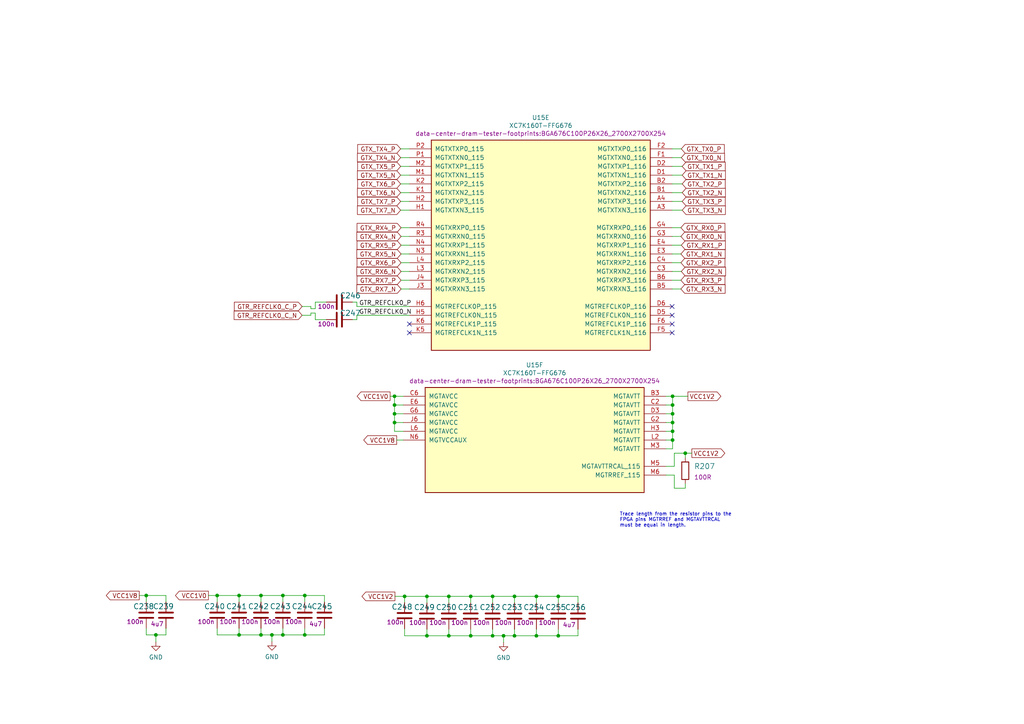
<source format=kicad_sch>
(kicad_sch (version 20211123) (generator eeschema)
  (paper "A4")
  (title_block (title "Data Center DRAM Tester") (date "2022-09-07") (rev "1.2.0") (comment 1 "www.antmicro.com") (comment 2 "Antmicro Ltd"))
  (junction (at 45.212 184.15))
  (junction (at 195.072 122.555))
  (junction (at 75.692 172.72))
  (junction (at 82.042 172.72))
  (junction (at 114.427 114.935))
  (junction (at 69.342 172.72))
  (junction (at 146.05 184.404))
  (junction (at 142.875 184.404))
  (junction (at 130.175 172.974))
  (junction (at 123.825 184.404))
  (junction (at 149.225 184.404))
  (junction (at 198.755 131.445))
  (junction (at 62.992 172.72))
  (junction (at 195.072 120.015))
  (junction (at 155.575 184.404))
  (junction (at 88.392 172.72))
  (junction (at 136.525 172.974))
  (junction (at 82.042 184.15))
  (junction (at 195.072 127.635))
  (junction (at 114.427 122.555))
  (junction (at 136.525 184.404))
  (junction (at 195.072 114.935))
  (junction (at 142.875 172.974))
  (junction (at 75.692 184.15))
  (junction (at 88.392 184.15))
  (junction (at 195.072 117.475))
  (junction (at 114.427 117.475))
  (junction (at 42.418 172.72))
  (junction (at 149.225 172.974))
  (junction (at 123.825 172.974))
  (junction (at 161.925 172.974))
  (junction (at 161.925 184.404))
  (junction (at 130.175 184.404))
  (junction (at 114.427 120.015))
  (junction (at 117.348 172.974))
  (junction (at 78.867 184.15))
  (junction (at 69.342 184.15))
  (junction (at 195.072 125.095))
  (junction (at 155.575 172.974))
  (no_connect (at 194.945 88.9))
  (no_connect (at 194.945 93.98))
  (no_connect (at 194.945 91.44))
  (no_connect (at 194.945 96.52))
  (no_connect (at 118.745 93.98))
  (no_connect (at 118.745 96.52))
  (wire (pts (xy 114.427 125.095) (xy 116.967 125.095)))
  (wire (pts (xy 114.427 120.015) (xy 116.967 120.015)))
  (wire (pts (xy 194.945 78.74) (xy 197.612 78.74)))
  (wire (pts (xy 194.945 43.18) (xy 197.612 43.18)))
  (wire (pts (xy 60.452 172.72) (xy 62.992 172.72)))
  (wire (pts (xy 194.945 66.04) (xy 197.485 66.04)))
  (wire (pts (xy 149.225 172.974) (xy 155.575 172.974)))
  (wire (pts (xy 116.332 81.28) (xy 118.745 81.28)))
  (wire (pts (xy 116.205 60.96) (xy 118.745 60.96)))
  (wire (pts (xy 116.205 55.88) (xy 118.745 55.88)))
  (wire (pts (xy 155.575 172.974) (xy 155.575 174.879)))
  (wire (pts (xy 195.58 141.605) (xy 198.755 141.605)))
  (wire (pts (xy 194.945 71.12) (xy 197.612 71.12)))
  (wire (pts (xy 42.418 172.72) (xy 48.133 172.72)))
  (wire (pts (xy 117.348 172.974) (xy 123.825 172.974)))
  (wire (pts (xy 103.505 88.9) (xy 118.745 88.9)))
  (wire (pts (xy 69.342 172.72) (xy 69.342 174.625)))
  (wire (pts (xy 116.332 78.74) (xy 118.745 78.74)))
  (wire (pts (xy 194.945 73.66) (xy 197.485 73.66)))
  (wire (pts (xy 116.205 58.42) (xy 118.745 58.42)))
  (wire (pts (xy 195.58 131.445) (xy 198.755 131.445)))
  (wire (pts (xy 195.072 117.475) (xy 195.072 120.015)))
  (wire (pts (xy 114.427 122.555) (xy 114.427 125.095)))
  (wire (pts (xy 116.967 117.475) (xy 114.427 117.475)))
  (wire (pts (xy 197.866 58.42) (xy 194.945 58.42)))
  (wire (pts (xy 94.107 182.245) (xy 94.107 184.15)))
  (wire (pts (xy 114.554 172.974) (xy 117.348 172.974)))
  (wire (pts (xy 114.427 114.935) (xy 116.967 114.935)))
  (wire (pts (xy 193.167 125.095) (xy 195.072 125.095)))
  (wire (pts (xy 142.875 172.974) (xy 149.225 172.974)))
  (wire (pts (xy 195.072 117.475) (xy 195.072 114.935)))
  (wire (pts (xy 114.427 122.555) (xy 116.967 122.555)))
  (wire (pts (xy 136.525 184.404) (xy 130.175 184.404)))
  (wire (pts (xy 161.925 182.499) (xy 161.925 184.404)))
  (wire (pts (xy 149.225 182.499) (xy 149.225 184.404)))
  (wire (pts (xy 91.44 87.63) (xy 91.44 89.535)))
  (wire (pts (xy 88.392 182.245) (xy 88.392 184.15)))
  (wire (pts (xy 136.525 182.499) (xy 136.525 184.404)))
  (wire (pts (xy 195.072 122.555) (xy 195.072 125.095)))
  (wire (pts (xy 90.17 90.805) (xy 90.17 91.44)))
  (wire (pts (xy 115.062 127.635) (xy 116.967 127.635)))
  (wire (pts (xy 117.348 182.372) (xy 117.348 184.404)))
  (wire (pts (xy 116.205 50.8) (xy 118.745 50.8)))
  (wire (pts (xy 123.825 174.879) (xy 123.825 172.974)))
  (wire (pts (xy 102.235 92.71) (xy 103.505 92.71)))
  (wire (pts (xy 194.945 68.58) (xy 197.485 68.58)))
  (wire (pts (xy 75.692 184.15) (xy 78.867 184.15)))
  (wire (pts (xy 82.042 172.72) (xy 88.392 172.72)))
  (wire (pts (xy 82.042 182.245) (xy 82.042 184.15)))
  (wire (pts (xy 195.072 127.635) (xy 195.072 130.175)))
  (wire (pts (xy 195.072 114.935) (xy 199.517 114.935)))
  (wire (pts (xy 40.386 172.72) (xy 42.418 172.72)))
  (wire (pts (xy 193.167 114.935) (xy 195.072 114.935)))
  (wire (pts (xy 103.505 87.63) (xy 103.505 88.9)))
  (wire (pts (xy 114.427 120.015) (xy 114.427 122.555)))
  (wire (pts (xy 82.042 184.15) (xy 78.867 184.15)))
  (wire (pts (xy 198.755 131.445) (xy 198.755 132.715)))
  (wire (pts (xy 42.418 182.245) (xy 42.418 184.15)))
  (wire (pts (xy 123.825 184.404) (xy 130.175 184.404)))
  (wire (pts (xy 116.205 43.18) (xy 118.745 43.18)))
  (wire (pts (xy 94.107 184.15) (xy 88.392 184.15)))
  (wire (pts (xy 167.64 184.404) (xy 161.925 184.404)))
  (wire (pts (xy 90.17 89.535) (xy 90.17 88.9)))
  (wire (pts (xy 195.58 135.255) (xy 195.58 131.445)))
  (wire (pts (xy 103.505 92.71) (xy 103.505 91.44)))
  (wire (pts (xy 142.875 184.404) (xy 136.525 184.404)))
  (wire (pts (xy 88.392 184.15) (xy 82.042 184.15)))
  (wire (pts (xy 69.342 172.72) (xy 75.692 172.72)))
  (wire (pts (xy 69.342 184.15) (xy 62.992 184.15)))
  (wire (pts (xy 194.945 81.28) (xy 197.485 81.28)))
  (wire (pts (xy 91.44 90.805) (xy 90.17 90.805)))
  (wire (pts (xy 88.392 172.72) (xy 94.107 172.72)))
  (wire (pts (xy 91.44 92.71) (xy 91.44 90.805)))
  (wire (pts (xy 116.332 76.2) (xy 118.745 76.2)))
  (wire (pts (xy 113.157 114.935) (xy 114.427 114.935)))
  (wire (pts (xy 195.072 120.015) (xy 193.167 120.015)))
  (wire (pts (xy 198.755 131.445) (xy 200.66 131.445)))
  (wire (pts (xy 155.575 172.974) (xy 161.925 172.974)))
  (wire (pts (xy 42.418 172.72) (xy 42.418 174.625)))
  (wire (pts (xy 117.348 184.404) (xy 123.825 184.404)))
  (wire (pts (xy 116.332 83.82) (xy 118.745 83.82)))
  (wire (pts (xy 161.925 184.404) (xy 155.575 184.404)))
  (wire (pts (xy 62.992 182.245) (xy 62.992 184.15)))
  (wire (pts (xy 130.175 182.499) (xy 130.175 184.404)))
  (wire (pts (xy 117.348 172.974) (xy 117.348 174.752)))
  (wire (pts (xy 136.525 172.974) (xy 136.525 174.879)))
  (wire (pts (xy 197.866 48.26) (xy 194.945 48.26)))
  (wire (pts (xy 194.945 83.82) (xy 197.485 83.82)))
  (wire (pts (xy 197.866 55.88) (xy 194.945 55.88)))
  (wire (pts (xy 94.107 172.72) (xy 94.107 174.625)))
  (wire (pts (xy 155.575 182.499) (xy 155.575 184.404)))
  (wire (pts (xy 136.525 172.974) (xy 142.875 172.974)))
  (wire (pts (xy 87.63 88.9) (xy 90.17 88.9)))
  (wire (pts (xy 193.167 127.635) (xy 195.072 127.635)))
  (wire (pts (xy 197.866 50.8) (xy 194.945 50.8)))
  (wire (pts (xy 195.072 130.175) (xy 193.167 130.175)))
  (wire (pts (xy 69.342 182.245) (xy 69.342 184.15)))
  (wire (pts (xy 142.875 184.404) (xy 146.05 184.404)))
  (wire (pts (xy 62.992 172.72) (xy 62.992 174.625)))
  (wire (pts (xy 195.58 137.795) (xy 195.58 141.605)))
  (wire (pts (xy 114.427 114.935) (xy 114.427 117.475)))
  (wire (pts (xy 75.692 182.245) (xy 75.692 184.15)))
  (wire (pts (xy 146.05 184.404) (xy 149.225 184.404)))
  (wire (pts (xy 155.575 184.404) (xy 149.225 184.404)))
  (wire (pts (xy 45.212 184.15) (xy 45.212 186.182)))
  (wire (pts (xy 116.332 73.66) (xy 118.745 73.66)))
  (wire (pts (xy 197.866 60.96) (xy 194.945 60.96)))
  (wire (pts (xy 75.692 172.72) (xy 82.042 172.72)))
  (wire (pts (xy 195.072 120.015) (xy 195.072 122.555)))
  (wire (pts (xy 193.167 135.255) (xy 195.58 135.255)))
  (wire (pts (xy 82.042 172.72) (xy 82.042 174.625)))
  (wire (pts (xy 116.332 71.12) (xy 118.745 71.12)))
  (wire (pts (xy 48.133 182.245) (xy 48.133 184.15)))
  (wire (pts (xy 161.925 172.974) (xy 167.64 172.974)))
  (wire (pts (xy 48.133 184.15) (xy 45.212 184.15)))
  (wire (pts (xy 130.175 172.974) (xy 136.525 172.974)))
  (wire (pts (xy 75.692 174.625) (xy 75.692 172.72)))
  (wire (pts (xy 194.945 45.72) (xy 197.612 45.72)))
  (wire (pts (xy 45.212 184.15) (xy 42.418 184.15)))
  (wire (pts (xy 146.05 186.309) (xy 146.05 184.404)))
  (wire (pts (xy 193.167 117.475) (xy 195.072 117.475)))
  (wire (pts (xy 116.332 66.04) (xy 118.745 66.04)))
  (wire (pts (xy 91.44 89.535) (xy 90.17 89.535)))
  (wire (pts (xy 197.866 53.34) (xy 194.945 53.34)))
  (wire (pts (xy 48.133 172.72) (xy 48.133 174.625)))
  (wire (pts (xy 102.235 87.63) (xy 103.505 87.63)))
  (wire (pts (xy 114.427 117.475) (xy 114.427 120.015)))
  (wire (pts (xy 194.945 76.2) (xy 197.485 76.2)))
  (wire (pts (xy 88.392 172.72) (xy 88.392 174.625)))
  (wire (pts (xy 142.875 182.499) (xy 142.875 184.404)))
  (wire (pts (xy 116.205 48.26) (xy 118.745 48.26)))
  (wire (pts (xy 123.825 184.404) (xy 123.825 182.499)))
  (wire (pts (xy 193.167 122.555) (xy 195.072 122.555)))
  (wire (pts (xy 130.175 172.974) (xy 130.175 174.879)))
  (wire (pts (xy 195.072 125.095) (xy 195.072 127.635)))
  (wire (pts (xy 94.615 87.63) (xy 91.44 87.63)))
  (wire (pts (xy 62.992 172.72) (xy 69.342 172.72)))
  (wire (pts (xy 161.925 172.974) (xy 161.925 174.879)))
  (wire (pts (xy 116.332 68.58) (xy 118.745 68.58)))
  (wire (pts (xy 116.205 45.72) (xy 118.745 45.72)))
  (wire (pts (xy 142.875 172.974) (xy 142.875 174.879)))
  (wire (pts (xy 193.167 137.795) (xy 195.58 137.795)))
  (wire (pts (xy 167.64 172.974) (xy 167.64 174.879)))
  (wire (pts (xy 167.64 182.499) (xy 167.64 184.404)))
  (wire (pts (xy 94.615 92.71) (xy 91.44 92.71)))
  (wire (pts (xy 123.825 172.974) (xy 130.175 172.974)))
  (wire (pts (xy 78.867 186.055) (xy 78.867 184.15)))
  (wire (pts (xy 87.63 91.44) (xy 90.17 91.44)))
  (wire (pts (xy 103.505 91.44) (xy 118.745 91.44)))
  (wire (pts (xy 149.225 174.879) (xy 149.225 172.974)))
  (wire (pts (xy 69.342 184.15) (xy 75.692 184.15)))
  (wire (pts (xy 198.755 140.335) (xy 198.755 141.605)))
  (wire (pts (xy 116.205 53.34) (xy 118.745 53.34)))
  (text "Trace length from the resistor pins to the\nFPGA pins MGTRREF and MGTAVTTRCAL\nmust be equal in length." (at 179.705 153.035 0) (effects (font (size 1 1)) (justify left bottom)))
  (label "GTR_REFCLK0_P" (at 104.14 88.9 0))
  (label "GTR_REFCLK0_N" (at 104.14 91.44 0))
  (global_label "VCC1V2" (shape output) (at 114.554 172.974 180) (property "Intersheet References" "${INTERSHEET_REFS}" (effects hide)))
  (global_label "GTX_TX2_P" (shape input) (at 197.866 53.34 0) (property "Intersheet References" "${INTERSHEET_REFS}" (effects hide)))
  (global_label "VCC1V8" (shape output) (at 115.062 127.635 180) (property "Intersheet References" "${INTERSHEET_REFS}" (effects hide)))
  (global_label "GTX_TX5_P" (shape input) (at 116.205 48.26 180) (property "Intersheet References" "${INTERSHEET_REFS}" (effects hide)))
  (global_label "GTR_REFCLK0_C_N" (shape input) (at 87.63 91.44 180) (property "Intersheet References" "${INTERSHEET_REFS}" (effects hide)))
  (global_label "GTX_TX4_N" (shape input) (at 116.205 45.72 180) (property "Intersheet References" "${INTERSHEET_REFS}" (effects hide)))
  (global_label "GTX_TX5_N" (shape input) (at 116.205 50.8 180) (property "Intersheet References" "${INTERSHEET_REFS}" (effects hide)))
  (global_label "GTX_RX7_P" (shape input) (at 116.332 81.28 180) (property "Intersheet References" "${INTERSHEET_REFS}" (effects hide)))
  (global_label "GTX_TX4_P" (shape input) (at 116.205 43.18 180) (property "Intersheet References" "${INTERSHEET_REFS}" (effects hide)))
  (global_label "GTX_RX1_P" (shape input) (at 197.612 71.12 0) (property "Intersheet References" "${INTERSHEET_REFS}" (effects hide)))
  (global_label "VCC1V8" (shape output) (at 40.386 172.72 180) (property "Intersheet References" "${INTERSHEET_REFS}" (effects hide)))
  (global_label "GTX_RX1_N" (shape input) (at 197.485 73.66 0) (property "Intersheet References" "${INTERSHEET_REFS}" (effects hide)))
  (global_label "GTX_RX3_P" (shape input) (at 197.485 81.28 0) (property "Intersheet References" "${INTERSHEET_REFS}" (effects hide)))
  (global_label "GTX_TX7_N" (shape input) (at 116.205 60.96 180) (property "Intersheet References" "${INTERSHEET_REFS}" (effects hide)))
  (global_label "GTX_RX0_N" (shape input) (at 197.485 68.58 0) (property "Intersheet References" "${INTERSHEET_REFS}" (effects hide)))
  (global_label "GTX_RX5_P" (shape input) (at 116.332 71.12 180) (property "Intersheet References" "${INTERSHEET_REFS}" (effects hide)))
  (global_label "GTR_REFCLK0_C_P" (shape input) (at 87.63 88.9 180) (property "Intersheet References" "${INTERSHEET_REFS}" (effects hide)))
  (global_label "GTX_TX6_P" (shape input) (at 116.205 53.34 180) (property "Intersheet References" "${INTERSHEET_REFS}" (effects hide)))
  (global_label "GTX_RX4_N" (shape input) (at 116.332 68.58 180) (property "Intersheet References" "${INTERSHEET_REFS}" (effects hide)))
  (global_label "GTX_RX5_N" (shape input) (at 116.332 73.66 180) (property "Intersheet References" "${INTERSHEET_REFS}" (effects hide)))
  (global_label "GTX_RX2_N" (shape input) (at 197.612 78.74 0) (property "Intersheet References" "${INTERSHEET_REFS}" (effects hide)))
  (global_label "GTX_TX7_P" (shape input) (at 116.205 58.42 180) (property "Intersheet References" "${INTERSHEET_REFS}" (effects hide)))
  (global_label "GTX_TX1_N" (shape input) (at 197.866 50.8 0) (property "Intersheet References" "${INTERSHEET_REFS}" (effects hide)))
  (global_label "GTX_RX4_P" (shape input) (at 116.332 66.04 180) (property "Intersheet References" "${INTERSHEET_REFS}" (effects hide)))
  (global_label "VCC1V2" (shape output) (at 199.517 114.935 0) (property "Intersheet References" "${INTERSHEET_REFS}" (effects hide)))
  (global_label "GTX_RX3_N" (shape input) (at 197.485 83.82 0) (property "Intersheet References" "${INTERSHEET_REFS}" (effects hide)))
  (global_label "GTX_TX0_P" (shape input) (at 197.612 43.18 0) (property "Intersheet References" "${INTERSHEET_REFS}" (effects hide)))
  (global_label "GTX_RX2_P" (shape input) (at 197.485 76.2 0) (property "Intersheet References" "${INTERSHEET_REFS}" (effects hide)))
  (global_label "GTX_TX3_N" (shape input) (at 197.866 60.96 0) (property "Intersheet References" "${INTERSHEET_REFS}" (effects hide)))
  (global_label "VCC1V0" (shape output) (at 113.157 114.935 180) (property "Intersheet References" "${INTERSHEET_REFS}" (effects hide)))
  (global_label "GTX_RX0_P" (shape input) (at 197.485 66.04 0) (property "Intersheet References" "${INTERSHEET_REFS}" (effects hide)))
  (global_label "GTX_TX3_P" (shape input) (at 197.866 58.42 0) (property "Intersheet References" "${INTERSHEET_REFS}" (effects hide)))
  (global_label "VCC1V2" (shape output) (at 200.66 131.445 0) (property "Intersheet References" "${INTERSHEET_REFS}" (effects hide)))
  (global_label "GTX_TX0_N" (shape input) (at 197.612 45.72 0) (property "Intersheet References" "${INTERSHEET_REFS}" (effects hide)))
  (global_label "GTX_TX1_P" (shape input) (at 197.866 48.26 0) (property "Intersheet References" "${INTERSHEET_REFS}" (effects hide)))
  (global_label "GTX_TX2_N" (shape input) (at 197.866 55.88 0) (property "Intersheet References" "${INTERSHEET_REFS}" (effects hide)))
  (global_label "GTX_TX6_N" (shape input) (at 116.205 55.88 180) (property "Intersheet References" "${INTERSHEET_REFS}" (effects hide)))
  (global_label "GTX_RX6_N" (shape input) (at 116.332 78.74 180) (property "Intersheet References" "${INTERSHEET_REFS}" (effects hide)))
  (global_label "GTX_RX7_N" (shape input) (at 116.332 83.82 180) (property "Intersheet References" "${INTERSHEET_REFS}" (effects hide)))
  (global_label "VCC1V0" (shape output) (at 60.452 172.72 180) (property "Intersheet References" "${INTERSHEET_REFS}" (effects hide)))
  (global_label "GTX_RX6_P" (shape input) (at 116.332 76.2 180) (property "Intersheet References" "${INTERSHEET_REFS}" (effects hide)))
  (symbol (lib_id "antmicroCapacitors0402:C_4u7_0402") (at 48.133 178.435 0) (unit 1)
    (property "Reference" "C239" (at 44.323 175.895 0) (effects (font (size 1.524 1.524)) (justify left)))
    (property "Value" "C_4u7_0402" (effects hide))
    (property "Footprint" "antmicro-footprints:0402-cap" (effects hide))
    (property "Manufacturer" "MURATA" (effects hide))
    (property "MPN" "GRM155R61A475MEAAD" (effects hide))
    (property "Val" "4u7" (at 43.688 180.975 0) (effects (justify left)))
  )
  (symbol (lib_id "antmicroCapacitorsmisc:C_100n_0201") (at 82.042 178.435 0) (unit 1)
    (property "Reference" "C243" (at 78.232 175.895 0) (effects (font (size 1.524 1.524)) (justify left)))
    (property "Value" "C_100n_0201" (effects hide))
    (property "Footprint" "antmicro-footprints:0201-res" (effects hide))
    (property "Manufacturer" "YAGEO" (effects hide))
    (property "MPN" "CC0201KRX6S5BB104" (effects hide))
    (property "Val" "100n" (at 76.327 180.34 0) (effects (justify left)))
  )
  (symbol (lib_id "antmicroCapacitors0402:C_100n_0402") (at 98.425 87.63 90) (unit 1)
    (property "Reference" "C246" (at 101.6 85.725 90) (effects (font (size 1.524 1.524))))
    (property "Value" "C_100n_0402" (effects hide))
    (property "Footprint" "antmicro-footprints:0402-cap" (effects hide))
    (property "Manufacturer" "Murata" (effects hide))
    (property "MPN" "GRM155R61H104KE14D" (effects hide))
    (property "Val" "100n" (at 94.615 88.9 90))
  )
  (symbol (lib_id "antmicroCapacitorsmisc:C_100n_0201") (at 117.348 178.562 0) (unit 1)
    (property "Reference" "C248" (at 113.538 176.022 0) (effects (font (size 1.524 1.524)) (justify left)))
    (property "Value" "C_100n_0201" (effects hide))
    (property "Footprint" "antmicro-footprints:0201-res" (effects hide))
    (property "Manufacturer" "YAGEO" (effects hide))
    (property "MPN" "CC0201KRX6S5BB104" (effects hide))
    (property "Val" "100n" (at 112.141 180.467 0) (effects (justify left)))
  )
  (symbol (lib_id "power:GND") (at 78.867 186.055 0) (unit 1)
    (property "Reference" "#PWR0342" (effects hide))
    (property "Value" "GND" (at 78.867 190.4984 0))
  )
  (symbol (lib_id "power:GND") (at 45.212 186.182 0) (unit 1)
    (property "Reference" "#PWR0343" (effects hide))
    (property "Value" "GND" (at 45.212 190.6254 0))
  )
  (symbol (lib_id "antmicroCapacitorsmisc:C_100n_0201") (at 149.225 178.689 0) (unit 1)
    (property "Reference" "C253" (at 145.415 176.149 0) (effects (font (size 1.524 1.524)) (justify left)))
    (property "Value" "C_100n_0201" (effects hide))
    (property "Footprint" "antmicro-footprints:0201-res" (effects hide))
    (property "Manufacturer" "YAGEO" (effects hide))
    (property "MPN" "CC0201KRX6S5BB104" (effects hide))
    (property "Val" "100n" (at 143.51 180.594 0) (effects (justify left)))
  )
  (symbol (lib_id "antmicroCapacitorsmisc:C_100n_0201") (at 62.992 178.435 0) (unit 1)
    (property "Reference" "C240" (at 59.182 175.895 0) (effects (font (size 1.524 1.524)) (justify left)))
    (property "Value" "C_100n_0201" (effects hide))
    (property "Footprint" "antmicro-footprints:0201-res" (effects hide))
    (property "Manufacturer" "YAGEO" (effects hide))
    (property "MPN" "CC0201KRX6S5BB104" (effects hide))
    (property "Val" "100n" (at 57.277 180.34 0) (effects (justify left)))
  )
  (symbol (lib_id "antmicroCapacitorsmisc:C_100n_0201") (at 42.418 178.435 0) (unit 1)
    (property "Reference" "C238" (at 38.608 175.895 0) (effects (font (size 1.524 1.524)) (justify left)))
    (property "Value" "C_100n_0201" (effects hide))
    (property "Footprint" "antmicro-footprints:0201-res" (effects hide))
    (property "Manufacturer" "YAGEO" (effects hide))
    (property "MPN" "CC0201KRX6S5BB104" (effects hide))
    (property "Val" "100n" (at 36.703 180.34 0) (effects (justify left)))
  )
  (symbol (lib_id "antmicroCapacitorsmisc:C_100n_0201") (at 130.175 178.689 0) (unit 1)
    (property "Reference" "C250" (at 126.365 176.149 0) (effects (font (size 1.524 1.524)) (justify left)))
    (property "Value" "C_100n_0201" (effects hide))
    (property "Footprint" "antmicro-footprints:0201-res" (effects hide))
    (property "Manufacturer" "YAGEO" (effects hide))
    (property "MPN" "CC0201KRX6S5BB104" (effects hide))
    (property "Val" "100n" (at 124.46 180.594 0) (effects (justify left)))
  )
  (symbol (lib_id "antmicroCapacitorsmisc:C_100n_0201") (at 123.825 178.689 0) (unit 1)
    (property "Reference" "C249" (at 120.015 176.149 0) (effects (font (size 1.524 1.524)) (justify left)))
    (property "Value" "C_100n_0201" (effects hide))
    (property "Footprint" "antmicro-footprints:0201-res" (effects hide))
    (property "Manufacturer" "YAGEO" (effects hide))
    (property "MPN" "CC0201KRX6S5BB104" (effects hide))
    (property "Val" "100n" (at 118.618 180.594 0) (effects (justify left)))
  )
  (symbol (lib_id "antmicroCapacitorsmisc:C_100n_0201") (at 136.525 178.689 0) (unit 1)
    (property "Reference" "C251" (at 132.715 176.149 0) (effects (font (size 1.524 1.524)) (justify left)))
    (property "Value" "C_100n_0201" (effects hide))
    (property "Footprint" "antmicro-footprints:0201-res" (effects hide))
    (property "Manufacturer" "YAGEO" (effects hide))
    (property "MPN" "CC0201KRX6S5BB104" (effects hide))
    (property "Val" "100n" (at 130.81 180.594 0) (effects (justify left)))
  )
  (symbol (lib_id "antmicroCapacitors0402:C_4u7_0402") (at 167.64 178.689 0) (unit 1)
    (property "Reference" "C256" (at 163.83 176.149 0) (effects (font (size 1.524 1.524)) (justify left)))
    (property "Value" "C_4u7_0402" (effects hide))
    (property "Footprint" "antmicro-footprints:0402-cap" (effects hide))
    (property "Manufacturer" "MURATA" (effects hide))
    (property "MPN" "GRM155R61A475MEAAD" (effects hide))
    (property "Val" "4u7" (at 163.195 181.229 0) (effects (justify left)))
  )
  (symbol (lib_id "data-center-dram-tester:XC7K160T-FFG676") (at 155.067 127.635 0) (unit 6)
    (property "Reference" "U15" (at 155.067 105.8672 0))
    (property "Value" "XC7K160T-FFG676" (at 155.067 108.1786 0))
    (property "Footprint" "data-center-dram-tester-footprints:BGA676C100P26X26_2700X2700X254" (at 155.067 110.49 0))
  )
  (symbol (lib_id "antmicroCapacitorsmisc:C_100n_0201") (at 75.692 178.435 0) (unit 1)
    (property "Reference" "C242" (at 71.882 175.895 0) (effects (font (size 1.524 1.524)) (justify left)))
    (property "Value" "C_100n_0201" (effects hide))
    (property "Footprint" "antmicro-footprints:0201-res" (effects hide))
    (property "Manufacturer" "YAGEO" (effects hide))
    (property "MPN" "CC0201KRX6S5BB104" (effects hide))
    (property "Val" "100n" (at 69.977 180.34 0) (effects (justify left)))
  )
  (symbol (lib_id "data-center-dram-tester:XC7K160T-FFG676") (at 156.845 71.12 0) (unit 5)
    (property "Reference" "U15" (at 156.845 34.1122 0))
    (property "Value" "XC7K160T-FFG676" (at 156.845 36.4236 0))
    (property "Footprint" "data-center-dram-tester-footprints:BGA676C100P26X26_2700X2700X254" (at 156.845 38.735 0))
  )
  (symbol (lib_id "antmicroCapacitorsmisc:C_100n_0201") (at 69.342 178.435 0) (unit 1)
    (property "Reference" "C241" (at 65.532 175.895 0) (effects (font (size 1.524 1.524)) (justify left)))
    (property "Value" "C_100n_0201" (effects hide))
    (property "Footprint" "antmicro-footprints:0201-res" (effects hide))
    (property "Manufacturer" "YAGEO" (effects hide))
    (property "MPN" "CC0201KRX6S5BB104" (effects hide))
    (property "Val" "100n" (at 63.627 180.34 0) (effects (justify left)))
  )
  (symbol (lib_id "antmicroCapacitorsmisc:C_100n_0201") (at 155.575 178.689 0) (unit 1)
    (property "Reference" "C254" (at 151.765 176.149 0) (effects (font (size 1.524 1.524)) (justify left)))
    (property "Value" "C_100n_0201" (effects hide))
    (property "Footprint" "antmicro-footprints:0201-res" (effects hide))
    (property "Manufacturer" "YAGEO" (effects hide))
    (property "MPN" "CC0201KRX6S5BB104" (effects hide))
    (property "Val" "100n" (at 149.86 180.594 0) (effects (justify left)))
  )
  (symbol (lib_id "antmicroResistors0402:R_100R_0402") (at 198.755 136.525 90) (unit 1)
    (property "Reference" "R207" (at 201.295 135.255 90) (effects (font (size 1.524 1.524)) (justify right)))
    (property "Value" "R_100R_0402" (effects hide))
    (property "Footprint" "antmicro-footprints:0402-res" (effects hide))
    (property "Manufacturer" "BOURNS" (effects hide))
    (property "MPN" "CR0402-FX-1000GLF" (effects hide))
    (property "Val" "100R" (at 201.295 138.4299 90) (effects (justify right)))
  )
  (symbol (lib_id "power:GND") (at 146.05 186.309 0) (unit 1)
    (property "Reference" "#PWR0341" (effects hide))
    (property "Value" "GND" (at 146.05 190.7524 0))
  )
  (symbol (lib_id "antmicroCapacitors0402:C_4u7_0402") (at 94.107 178.435 0) (unit 1)
    (property "Reference" "C245" (at 90.297 175.895 0) (effects (font (size 1.524 1.524)) (justify left)))
    (property "Value" "C_4u7_0402" (effects hide))
    (property "Footprint" "antmicro-footprints:0402-cap" (effects hide))
    (property "Manufacturer" "MURATA" (effects hide))
    (property "MPN" "GRM155R61A475MEAAD" (effects hide))
    (property "Val" "4u7" (at 89.662 180.975 0) (effects (justify left)))
  )
  (symbol (lib_id "antmicroCapacitorsmisc:C_100n_0201") (at 88.392 178.435 0) (unit 1)
    (property "Reference" "C244" (at 84.582 175.895 0) (effects (font (size 1.524 1.524)) (justify left)))
    (property "Value" "C_100n_0201" (effects hide))
    (property "Footprint" "antmicro-footprints:0201-res" (effects hide))
    (property "Manufacturer" "YAGEO" (effects hide))
    (property "MPN" "CC0201KRX6S5BB104" (effects hide))
    (property "Val" "100n" (at 82.677 180.34 0) (effects (justify left)))
  )
  (symbol (lib_id "antmicroCapacitors0402:C_100n_0402") (at 98.425 92.71 90) (unit 1)
    (property "Reference" "C247" (at 101.6 90.805 90) (effects (font (size 1.524 1.524))))
    (property "Value" "C_100n_0402" (effects hide))
    (property "Footprint" "antmicro-footprints:0402-cap" (effects hide))
    (property "Manufacturer" "Murata" (effects hide))
    (property "MPN" "GRM155R61H104KE14D" (effects hide))
    (property "Val" "100n" (at 94.615 93.98 90))
  )
  (symbol (lib_id "antmicroCapacitorsmisc:C_100n_0201") (at 142.875 178.689 0) (unit 1)
    (property "Reference" "C252" (at 139.065 176.149 0) (effects (font (size 1.524 1.524)) (justify left)))
    (property "Value" "C_100n_0201" (effects hide))
    (property "Footprint" "antmicro-footprints:0201-res" (effects hide))
    (property "Manufacturer" "YAGEO" (effects hide))
    (property "MPN" "CC0201KRX6S5BB104" (effects hide))
    (property "Val" "100n" (at 137.16 180.594 0) (effects (justify left)))
  )
  (symbol (lib_id "antmicroCapacitorsmisc:C_100n_0201") (at 161.925 178.689 0) (unit 1)
    (property "Reference" "C255" (at 158.115 176.149 0) (effects (font (size 1.524 1.524)) (justify left)))
    (property "Value" "C_100n_0201" (effects hide))
    (property "Footprint" "antmicro-footprints:0201-res" (effects hide))
    (property "Manufacturer" "YAGEO" (effects hide))
    (property "MPN" "CC0201KRX6S5BB104" (effects hide))
    (property "Val" "100n" (at 156.21 180.594 0) (effects (justify left)))
  )
)
</source>
